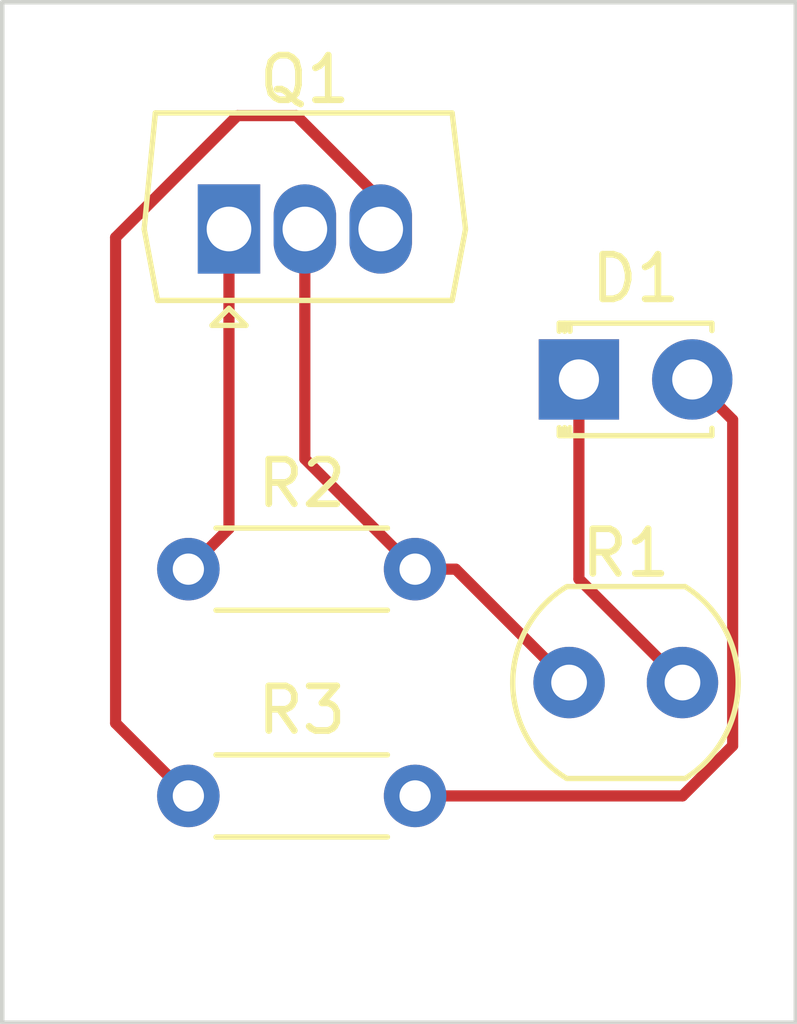
<source format=kicad_pcb>
(kicad_pcb (version 20221018) (generator pcbnew)
  (layers (0 "F.Cu" signal) (31 "B.Cu" signal) (34 "B.Paste" user) (35 "F.Paste" user) (36 "B.SilkS" user "B.Silkscreen") (37 "F.SilkS" user "F.Silkscreen") (38 "B.Mask" user) (39 "F.Mask" user) (44 "Edge.Cuts" user))
  (net 0 "")
  (net 1 "+6V")
  (net 2 "Net-(Q1-B)")
  (net 3 "Earth")
  (net 4 "Net-(D1-A)")
  (net 5 "Net-(Q1-E)")
  (footprint "OptoDevice:R_LDR_4.9x4.2mm_P2.54mm_Vertical" (layer "F.Cu") (at 162.56 88.9)
    (fp_text reference "R1" (at 1.27 -2.9) (layer "F.SilkS"))
    (fp_text value "R_Photo")
    (fp_line (start -0.05 -2.15) (end 2.6 -2.15) (stroke (width 0.12)) (layer "F.SilkS"))
    (fp_line (start -0.05 2.15) (end 2.6 2.15) (stroke (width 0.12)) (layer "F.SilkS"))
    (fp_arc (start -0.05 2.15) (mid -1.262424 0.01494) (end -0.075476 -2.134388) (stroke (width 0.12)) (layer "F.SilkS"))
    (fp_arc (start 2.6 -2.15) (mid 3.788646 -0.016616) (end 2.628027 2.132145) (stroke (width 0.12)) (layer "F.SilkS"))
    (pad "1" thru_hole circle (at 0 0) (size 1.6 1.6) (drill 0.8) (layers "*.Cu" "*.Mask") (net 2 "Net-(Q1-B)"))
    (pad "2" thru_hole circle (at 2.54 0) (size 1.6 1.6) (drill 0.8) (layers "*.Cu" "*.Mask") (net 3 "Earth"))
  )
  (footprint "LED_THT:LED_D1.8mm_W3.3mm_H2.4mm" (layer "F.Cu") (at 162.78 82.11)
    (fp_text reference "D1" (at 1.27 -2.26) (layer "F.SilkS"))
    (fp_text value "LED")
    (fp_line (start -0.44 -1.26) (end -0.44 -1.08) (stroke (width 0.12)) (layer "F.SilkS"))
    (fp_line (start -0.44 -1.26) (end 2.98 -1.26) (stroke (width 0.12)) (layer "F.SilkS"))
    (fp_line (start -0.44 1.08) (end -0.44 1.26) (stroke (width 0.12)) (layer "F.SilkS"))
    (fp_line (start -0.44 1.26) (end 2.98 1.26) (stroke (width 0.12)) (layer "F.SilkS"))
    (fp_line (start -0.32 -1.26) (end -0.32 -1.08) (stroke (width 0.12)) (layer "F.SilkS"))
    (fp_line (start -0.32 1.08) (end -0.32 1.26) (stroke (width 0.12)) (layer "F.SilkS"))
    (fp_line (start -0.2 -1.26) (end -0.2 -1.08) (stroke (width 0.12)) (layer "F.SilkS"))
    (fp_line (start -0.2 1.08) (end -0.2 1.26) (stroke (width 0.12)) (layer "F.SilkS"))
    (fp_line (start 2.98 -1.26) (end 2.98 -1.095) (stroke (width 0.12)) (layer "F.SilkS"))
    (fp_line (start 2.98 1.095) (end 2.98 1.26) (stroke (width 0.12)) (layer "F.SilkS"))
    (pad "1" thru_hole rect (at 0 0) (size 1.8 1.8) (drill 0.9) (layers "*.Cu" "*.Mask") (net 3 "Earth"))
    (pad "2" thru_hole circle (at 2.54 0) (size 1.8 1.8) (drill 0.9) (layers "*.Cu" "*.Mask") (net 4 "Net-(D1-A)"))
  )
  (footprint "Resistor_THT:R_Axial_DIN0204_L3.6mm_D1.6mm_P5.08mm_Horizontal" (layer "F.Cu") (at 154.03 86.36)
    (fp_text reference "R2" (at 2.54 -1.92) (layer "F.SilkS"))
    (fp_text value "100k")
    (fp_line (start 0.62 -0.92) (end 4.46 -0.92) (stroke (width 0.12)) (layer "F.SilkS"))
    (fp_line (start 0.62 0.92) (end 4.46 0.92) (stroke (width 0.12)) (layer "F.SilkS"))
    (pad "1" thru_hole circle (at 0 0) (size 1.4 1.4) (drill 0.7) (layers "*.Cu" "*.Mask") (net 1 "+6V"))
    (pad "2" thru_hole oval (at 5.08 0) (size 1.4 1.4) (drill 0.7) (layers "*.Cu" "*.Mask") (net 2 "Net-(Q1-B)"))
  )
  (footprint "Resistor_THT:R_Axial_DIN0204_L3.6mm_D1.6mm_P5.08mm_Horizontal" (layer "F.Cu") (at 154.03 91.44)
    (fp_text reference "R3" (at 2.54 -1.92) (layer "F.SilkS"))
    (fp_text value "330")
    (fp_line (start 0.62 -0.92) (end 4.46 -0.92) (stroke (width 0.12)) (layer "F.SilkS"))
    (fp_line (start 0.62 0.92) (end 4.46 0.92) (stroke (width 0.12)) (layer "F.SilkS"))
    (pad "1" thru_hole circle (at 0 0) (size 1.4 1.4) (drill 0.7) (layers "*.Cu" "*.Mask") (net 5 "Net-(Q1-E)"))
    (pad "2" thru_hole oval (at 5.08 0) (size 1.4 1.4) (drill 0.7) (layers "*.Cu" "*.Mask") (net 4 "Net-(D1-A)"))
  )
  (footprint "Package_TO_SOT_THT:NEC_Molded_7x4x9mm" (layer "F.Cu") (at 154.94 78.74)
    (fp_text reference "Q1" (at 1.7 -3.35) (layer "F.SilkS"))
    (fp_text value "NPN")
    (fp_line (start -1.9 0) (end -1.6 1.6) (stroke (width 0.12)) (layer "F.SilkS"))
    (fp_line (start -1.65 -2.6) (end -1.9 0) (stroke (width 0.12)) (layer "F.SilkS"))
    (fp_line (start -1.6 1.6) (end 5 1.6) (stroke (width 0.12)) (layer "F.SilkS"))
    (fp_line (start -0.381 2.159) (end 0.381 2.159) (stroke (width 0.12)) (layer "F.SilkS"))
    (fp_line (start 0 1.778) (end -0.381 2.159) (stroke (width 0.12)) (layer "F.SilkS"))
    (fp_line (start 0.381 2.159) (end 0 1.778) (stroke (width 0.12)) (layer "F.SilkS"))
    (fp_line (start 5 -2.6) (end -1.65 -2.6) (stroke (width 0.12)) (layer "F.SilkS"))
    (fp_line (start 5 1.6) (end 5.3 0) (stroke (width 0.12)) (layer "F.SilkS"))
    (fp_line (start 5.3 0) (end 5 -2.6) (stroke (width 0.12)) (layer "F.SilkS"))
    (pad "1" thru_hole rect (at 0 0 180) (size 1.4 2) (drill 1) (layers "*.Cu" "*.Mask") (net 1 "+6V"))
    (pad "2" thru_hole oval (at 1.7 0 180) (size 1.4 2) (drill 1) (layers "*.Cu" "*.Mask") (net 2 "Net-(Q1-B)"))
    (pad "3" thru_hole oval (at 3.4 0 180) (size 1.4 2) (drill 1) (layers "*.Cu" "*.Mask") (net 5 "Net-(Q1-E)"))
  )
  (gr_rect (start 149.86 73.66) (end 167.64 96.52) (stroke (width 0.1)) (fill none) (layer "Edge.Cuts"))
  (segment (start 154.94 78.74) (end 154.94 85.45) (width 0.25) (layer "F.Cu") (net 1))
  (segment (start 154.94 85.45) (end 154.03 86.36) (width 0.25) (layer "F.Cu") (net 1))
  (segment (start 156.64 83.89) (end 159.11 86.36) (width 0.25) (layer "F.Cu") (net 2))
  (segment (start 160.02 86.36) (end 159.11 86.36) (width 0.25) (layer "F.Cu") (net 2))
  (segment (start 156.64 78.74) (end 156.64 83.89) (width 0.25) (layer "F.Cu") (net 2))
  (segment (start 162.56 88.9) (end 160.02 86.36) (width 0.25) (layer "F.Cu") (net 2))
  (segment (start 162.78 86.58) (end 165.1 88.9) (width 0.25) (layer "F.Cu") (net 3))
  (segment (start 162.78 82.11) (end 162.78 86.58) (width 0.25) (layer "F.Cu") (net 3))
  (segment (start 165.32 82.11) (end 166.225 83.015) (width 0.25) (layer "F.Cu") (net 4))
  (segment (start 165.1 91.44) (end 159.11 91.44) (width 0.25) (layer "F.Cu") (net 4))
  (segment (start 166.225 90.315) (end 165.1 91.44) (width 0.25) (layer "F.Cu") (net 4))
  (segment (start 166.225 83.015) (end 166.225 90.315) (width 0.25) (layer "F.Cu") (net 4))
  (segment (start 158.34 78.09) (end 156.45 76.2) (width 0.25) (layer "F.Cu") (net 5))
  (segment (start 155.13 76.2) (end 152.4 78.93) (width 0.25) (layer "F.Cu") (net 5))
  (segment (start 158.34 78.74) (end 158.34 78.09) (width 0.25) (layer "F.Cu") (net 5))
  (segment (start 152.4 89.81) (end 154.03 91.44) (width 0.25) (layer "F.Cu") (net 5))
  (segment (start 156.45 76.2) (end 155.13 76.2) (width 0.25) (layer "F.Cu") (net 5))
  (segment (start 152.4 78.93) (end 152.4 89.81) (width 0.25) (layer "F.Cu") (net 5))
)
</source>
